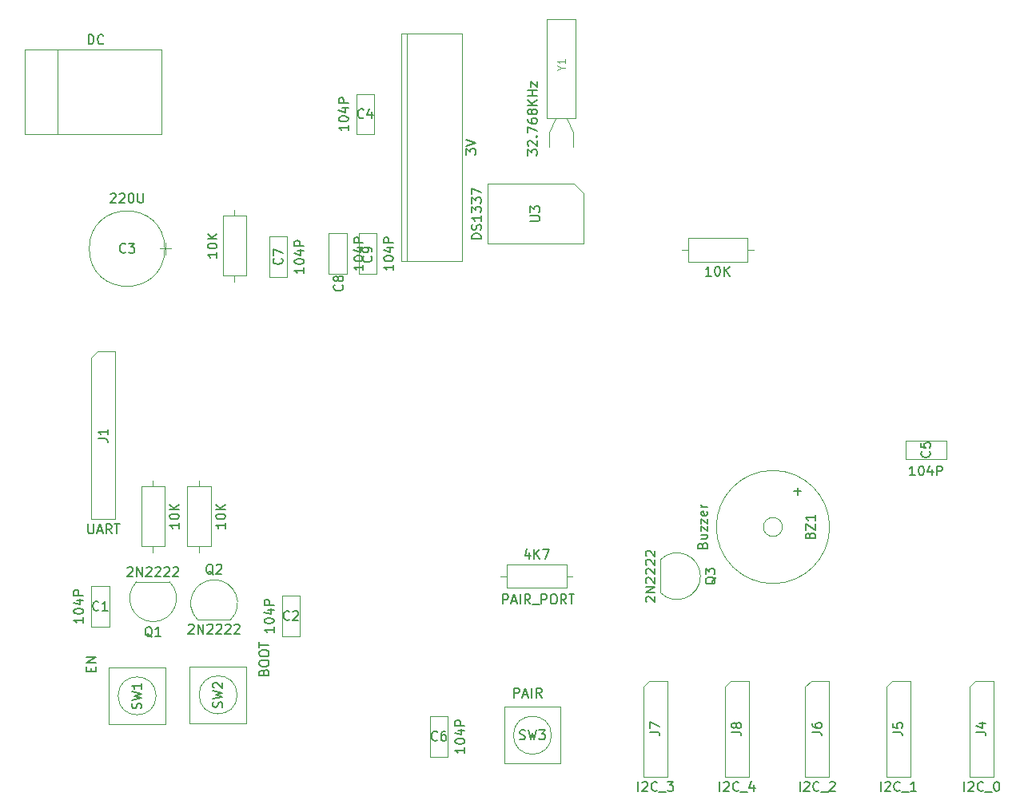
<source format=gbr>
G04 #@! TF.FileFunction,Other,Fab,Top*
%FSLAX46Y46*%
G04 Gerber Fmt 4.6, Leading zero omitted, Abs format (unit mm)*
G04 Created by KiCad (PCBNEW 4.0.7) date Sat Feb 17 21:33:09 2018*
%MOMM*%
%LPD*%
G01*
G04 APERTURE LIST*
%ADD10C,0.150000*%
%ADD11C,0.100000*%
%ADD12C,0.120000*%
G04 APERTURE END LIST*
D10*
D11*
X75347500Y-57843500D02*
X75347500Y-33723500D01*
X81727500Y-33723500D02*
X75377500Y-33723500D01*
X75877500Y-33723500D02*
X75877500Y-57843500D01*
X75377500Y-57843500D02*
X81727500Y-57843500D01*
X81727500Y-57843500D02*
X81727500Y-33723500D01*
X120681000Y-86032500D02*
G75*
G03X120681000Y-86032500I-6000000J0D01*
G01*
X115681000Y-86032500D02*
G75*
G03X115681000Y-86032500I-1000000J0D01*
G01*
X44384000Y-92298000D02*
X42484000Y-92298000D01*
X42484000Y-92298000D02*
X42484000Y-96598000D01*
X42484000Y-96598000D02*
X44384000Y-96598000D01*
X44384000Y-96598000D02*
X44384000Y-92298000D01*
X64577000Y-93314000D02*
X62677000Y-93314000D01*
X62677000Y-93314000D02*
X62677000Y-97614000D01*
X62677000Y-97614000D02*
X64577000Y-97614000D01*
X64577000Y-97614000D02*
X64577000Y-93314000D01*
X50268000Y-56515000D02*
G75*
G03X50268000Y-56515000I-4000000J0D01*
G01*
X50968000Y-56515000D02*
X49768000Y-56515000D01*
X50368000Y-57165000D02*
X50368000Y-55865000D01*
X72451000Y-40101000D02*
X70551000Y-40101000D01*
X70551000Y-40101000D02*
X70551000Y-44401000D01*
X70551000Y-44401000D02*
X72451000Y-44401000D01*
X72451000Y-44401000D02*
X72451000Y-40101000D01*
X128747000Y-76901000D02*
X128747000Y-78801000D01*
X128747000Y-78801000D02*
X133047000Y-78801000D01*
X133047000Y-78801000D02*
X133047000Y-76901000D01*
X133047000Y-76901000D02*
X128747000Y-76901000D01*
X78361500Y-110394000D02*
X80261500Y-110394000D01*
X80261500Y-110394000D02*
X80261500Y-106094000D01*
X80261500Y-106094000D02*
X78361500Y-106094000D01*
X78361500Y-106094000D02*
X78361500Y-110394000D01*
X61343500Y-59530500D02*
X63243500Y-59530500D01*
X63243500Y-59530500D02*
X63243500Y-55230500D01*
X63243500Y-55230500D02*
X61343500Y-55230500D01*
X61343500Y-55230500D02*
X61343500Y-59530500D01*
X67630000Y-59213000D02*
X69530000Y-59213000D01*
X69530000Y-59213000D02*
X69530000Y-54913000D01*
X69530000Y-54913000D02*
X67630000Y-54913000D01*
X67630000Y-54913000D02*
X67630000Y-59213000D01*
X70805000Y-59213000D02*
X72705000Y-59213000D01*
X72705000Y-59213000D02*
X72705000Y-54913000D01*
X72705000Y-54913000D02*
X70805000Y-54913000D01*
X70805000Y-54913000D02*
X70805000Y-59213000D01*
X43116500Y-67437000D02*
X45021500Y-67437000D01*
X45021500Y-67437000D02*
X45021500Y-85217000D01*
X45021500Y-85217000D02*
X42481500Y-85217000D01*
X42481500Y-85217000D02*
X42481500Y-68072000D01*
X42481500Y-68072000D02*
X43116500Y-67437000D01*
X38949000Y-35378000D02*
X38949000Y-44378000D01*
X35449000Y-35378000D02*
X35449000Y-44378000D01*
X35449000Y-44378000D02*
X49949000Y-44378000D01*
X49949000Y-44378000D02*
X49949000Y-35378000D01*
X49949000Y-35378000D02*
X35449000Y-35378000D01*
X136144000Y-102362000D02*
X138049000Y-102362000D01*
X138049000Y-102362000D02*
X138049000Y-112522000D01*
X138049000Y-112522000D02*
X135509000Y-112522000D01*
X135509000Y-112522000D02*
X135509000Y-102997000D01*
X135509000Y-102997000D02*
X136144000Y-102362000D01*
X127317500Y-102362000D02*
X129222500Y-102362000D01*
X129222500Y-102362000D02*
X129222500Y-112522000D01*
X129222500Y-112522000D02*
X126682500Y-112522000D01*
X126682500Y-112522000D02*
X126682500Y-102997000D01*
X126682500Y-102997000D02*
X127317500Y-102362000D01*
X118745000Y-102362000D02*
X120650000Y-102362000D01*
X120650000Y-102362000D02*
X120650000Y-112522000D01*
X120650000Y-112522000D02*
X118110000Y-112522000D01*
X118110000Y-112522000D02*
X118110000Y-102997000D01*
X118110000Y-102997000D02*
X118745000Y-102362000D01*
X101600000Y-102362000D02*
X103505000Y-102362000D01*
X103505000Y-102362000D02*
X103505000Y-112522000D01*
X103505000Y-112522000D02*
X100965000Y-112522000D01*
X100965000Y-112522000D02*
X100965000Y-102997000D01*
X100965000Y-102997000D02*
X101600000Y-102362000D01*
X110236000Y-102362000D02*
X112141000Y-102362000D01*
X112141000Y-102362000D02*
X112141000Y-112522000D01*
X112141000Y-112522000D02*
X109601000Y-112522000D01*
X109601000Y-112522000D02*
X109601000Y-102997000D01*
X109601000Y-102997000D02*
X110236000Y-102362000D01*
X50792000Y-91849000D02*
X47292000Y-91849000D01*
X47268375Y-91845375D02*
G75*
G03X49022000Y-96079000I1753625J-1753625D01*
G01*
X50775625Y-91845375D02*
G75*
G02X49022000Y-96079000I-1753625J-1753625D01*
G01*
X53729000Y-95857000D02*
X57229000Y-95857000D01*
X57252625Y-95860625D02*
G75*
G03X55499000Y-91627000I-1753625J1753625D01*
G01*
X53745375Y-95860625D02*
G75*
G02X55499000Y-91627000I1753625J1753625D01*
G01*
X102771000Y-89479500D02*
X102771000Y-92979500D01*
X102767375Y-93003125D02*
G75*
G03X107001000Y-91249500I1753625J1753625D01*
G01*
X102767375Y-89495875D02*
G75*
G02X107001000Y-91249500I1753625J-1753625D01*
G01*
X47772000Y-88049500D02*
X50272000Y-88049500D01*
X50272000Y-88049500D02*
X50272000Y-81749500D01*
X50272000Y-81749500D02*
X47772000Y-81749500D01*
X47772000Y-81749500D02*
X47772000Y-88049500D01*
X49022000Y-88709500D02*
X49022000Y-88049500D01*
X49022000Y-81089500D02*
X49022000Y-81749500D01*
X52661500Y-88049500D02*
X55161500Y-88049500D01*
X55161500Y-88049500D02*
X55161500Y-81749500D01*
X55161500Y-81749500D02*
X52661500Y-81749500D01*
X52661500Y-81749500D02*
X52661500Y-88049500D01*
X53911500Y-88709500D02*
X53911500Y-88049500D01*
X53911500Y-81089500D02*
X53911500Y-81749500D01*
X58908000Y-53047500D02*
X56408000Y-53047500D01*
X56408000Y-53047500D02*
X56408000Y-59347500D01*
X56408000Y-59347500D02*
X58908000Y-59347500D01*
X58908000Y-59347500D02*
X58908000Y-53047500D01*
X57658000Y-52387500D02*
X57658000Y-53047500D01*
X57658000Y-60007500D02*
X57658000Y-59347500D01*
X105689000Y-55392000D02*
X105689000Y-57892000D01*
X105689000Y-57892000D02*
X111989000Y-57892000D01*
X111989000Y-57892000D02*
X111989000Y-55392000D01*
X111989000Y-55392000D02*
X105689000Y-55392000D01*
X105029000Y-56642000D02*
X105689000Y-56642000D01*
X112649000Y-56642000D02*
X111989000Y-56642000D01*
X92812000Y-92499500D02*
X92812000Y-89999500D01*
X92812000Y-89999500D02*
X86512000Y-89999500D01*
X86512000Y-89999500D02*
X86512000Y-92499500D01*
X86512000Y-92499500D02*
X92812000Y-92499500D01*
X93472000Y-91249500D02*
X92812000Y-91249500D01*
X85852000Y-91249500D02*
X86512000Y-91249500D01*
X44335000Y-103938000D02*
X44335000Y-100938000D01*
X44335000Y-100938000D02*
X50335000Y-100938000D01*
X50335000Y-100938000D02*
X50335000Y-106938000D01*
X50335000Y-106938000D02*
X44335000Y-106938000D01*
X44335000Y-106938000D02*
X44335000Y-103938000D01*
X49350564Y-103938000D02*
G75*
G03X49350564Y-103938000I-2015564J0D01*
G01*
X58916000Y-103834000D02*
X58916000Y-106834000D01*
X58916000Y-106834000D02*
X52916000Y-106834000D01*
X52916000Y-106834000D02*
X52916000Y-100834000D01*
X52916000Y-100834000D02*
X58916000Y-100834000D01*
X58916000Y-100834000D02*
X58916000Y-103834000D01*
X57931564Y-103834000D02*
G75*
G03X57931564Y-103834000I-2015564J0D01*
G01*
X89206000Y-111113000D02*
X86206000Y-111113000D01*
X86206000Y-111113000D02*
X86206000Y-105113000D01*
X86206000Y-105113000D02*
X92206000Y-105113000D01*
X92206000Y-105113000D02*
X92206000Y-111113000D01*
X92206000Y-111113000D02*
X89206000Y-111113000D01*
X91221564Y-108113000D02*
G75*
G03X91221564Y-108113000I-2015564J0D01*
G01*
X94615000Y-50657000D02*
X94615000Y-56007000D01*
X94615000Y-56007000D02*
X84455000Y-56007000D01*
X84455000Y-56007000D02*
X84455000Y-49657000D01*
X84455000Y-49657000D02*
X93615000Y-49657000D01*
X93615000Y-49657000D02*
X94615000Y-50657000D01*
X93765500Y-42720000D02*
X93765500Y-32220000D01*
X93765500Y-32220000D02*
X90765500Y-32220000D01*
X90765500Y-32220000D02*
X90765500Y-42720000D01*
X90765500Y-42720000D02*
X93765500Y-42720000D01*
X92865500Y-42720000D02*
X93535500Y-44220000D01*
X93535500Y-44220000D02*
X93535500Y-45720000D01*
X91665500Y-42720000D02*
X90995500Y-44220000D01*
X90995500Y-44220000D02*
X90995500Y-45720000D01*
D10*
X82199881Y-46545405D02*
X82199881Y-45926357D01*
X82580833Y-46259691D01*
X82580833Y-46116833D01*
X82628452Y-46021595D01*
X82676071Y-45973976D01*
X82771310Y-45926357D01*
X83009405Y-45926357D01*
X83104643Y-45973976D01*
X83152262Y-46021595D01*
X83199881Y-46116833D01*
X83199881Y-46402548D01*
X83152262Y-46497786D01*
X83104643Y-46545405D01*
X82199881Y-45640643D02*
X83199881Y-45307310D01*
X82199881Y-44973976D01*
X107209571Y-87961071D02*
X107257190Y-87818214D01*
X107304810Y-87770595D01*
X107400048Y-87722976D01*
X107542905Y-87722976D01*
X107638143Y-87770595D01*
X107685762Y-87818214D01*
X107733381Y-87913452D01*
X107733381Y-88294405D01*
X106733381Y-88294405D01*
X106733381Y-87961071D01*
X106781000Y-87865833D01*
X106828619Y-87818214D01*
X106923857Y-87770595D01*
X107019095Y-87770595D01*
X107114333Y-87818214D01*
X107161952Y-87865833D01*
X107209571Y-87961071D01*
X107209571Y-88294405D01*
X107066714Y-86865833D02*
X107733381Y-86865833D01*
X107066714Y-87294405D02*
X107590524Y-87294405D01*
X107685762Y-87246786D01*
X107733381Y-87151548D01*
X107733381Y-87008690D01*
X107685762Y-86913452D01*
X107638143Y-86865833D01*
X107066714Y-86484881D02*
X107066714Y-85961071D01*
X107733381Y-86484881D01*
X107733381Y-85961071D01*
X107066714Y-85675357D02*
X107066714Y-85151547D01*
X107733381Y-85675357D01*
X107733381Y-85151547D01*
X107685762Y-84389642D02*
X107733381Y-84484880D01*
X107733381Y-84675357D01*
X107685762Y-84770595D01*
X107590524Y-84818214D01*
X107209571Y-84818214D01*
X107114333Y-84770595D01*
X107066714Y-84675357D01*
X107066714Y-84484880D01*
X107114333Y-84389642D01*
X107209571Y-84342023D01*
X107304810Y-84342023D01*
X107400048Y-84818214D01*
X107733381Y-83913452D02*
X107066714Y-83913452D01*
X107257190Y-83913452D02*
X107161952Y-83865833D01*
X107114333Y-83818214D01*
X107066714Y-83722976D01*
X107066714Y-83627737D01*
X117292429Y-82603452D02*
X117292429Y-81841547D01*
X117673381Y-82222499D02*
X116911476Y-82222499D01*
X118609571Y-86913452D02*
X118657190Y-86770595D01*
X118704810Y-86722976D01*
X118800048Y-86675357D01*
X118942905Y-86675357D01*
X119038143Y-86722976D01*
X119085762Y-86770595D01*
X119133381Y-86865833D01*
X119133381Y-87246786D01*
X118133381Y-87246786D01*
X118133381Y-86913452D01*
X118181000Y-86818214D01*
X118228619Y-86770595D01*
X118323857Y-86722976D01*
X118419095Y-86722976D01*
X118514333Y-86770595D01*
X118561952Y-86818214D01*
X118609571Y-86913452D01*
X118609571Y-87246786D01*
X118133381Y-86342024D02*
X118133381Y-85675357D01*
X119133381Y-86342024D01*
X119133381Y-85675357D01*
X119133381Y-84770595D02*
X119133381Y-85342024D01*
X119133381Y-85056310D02*
X118133381Y-85056310D01*
X118276238Y-85151548D01*
X118371476Y-85246786D01*
X118419095Y-85342024D01*
X41626381Y-95614666D02*
X41626381Y-96186095D01*
X41626381Y-95900381D02*
X40626381Y-95900381D01*
X40769238Y-95995619D01*
X40864476Y-96090857D01*
X40912095Y-96186095D01*
X40626381Y-94995619D02*
X40626381Y-94900380D01*
X40674000Y-94805142D01*
X40721619Y-94757523D01*
X40816857Y-94709904D01*
X41007333Y-94662285D01*
X41245429Y-94662285D01*
X41435905Y-94709904D01*
X41531143Y-94757523D01*
X41578762Y-94805142D01*
X41626381Y-94900380D01*
X41626381Y-94995619D01*
X41578762Y-95090857D01*
X41531143Y-95138476D01*
X41435905Y-95186095D01*
X41245429Y-95233714D01*
X41007333Y-95233714D01*
X40816857Y-95186095D01*
X40721619Y-95138476D01*
X40674000Y-95090857D01*
X40626381Y-94995619D01*
X40959714Y-93805142D02*
X41626381Y-93805142D01*
X40578762Y-94043238D02*
X41293048Y-94281333D01*
X41293048Y-93662285D01*
X41626381Y-93281333D02*
X40626381Y-93281333D01*
X40626381Y-92900380D01*
X40674000Y-92805142D01*
X40721619Y-92757523D01*
X40816857Y-92709904D01*
X40959714Y-92709904D01*
X41054952Y-92757523D01*
X41102571Y-92805142D01*
X41150190Y-92900380D01*
X41150190Y-93281333D01*
X43267334Y-94805143D02*
X43219715Y-94852762D01*
X43076858Y-94900381D01*
X42981620Y-94900381D01*
X42838762Y-94852762D01*
X42743524Y-94757524D01*
X42695905Y-94662286D01*
X42648286Y-94471810D01*
X42648286Y-94328952D01*
X42695905Y-94138476D01*
X42743524Y-94043238D01*
X42838762Y-93948000D01*
X42981620Y-93900381D01*
X43076858Y-93900381D01*
X43219715Y-93948000D01*
X43267334Y-93995619D01*
X44219715Y-94900381D02*
X43648286Y-94900381D01*
X43934000Y-94900381D02*
X43934000Y-93900381D01*
X43838762Y-94043238D01*
X43743524Y-94138476D01*
X43648286Y-94186095D01*
X61819381Y-96630666D02*
X61819381Y-97202095D01*
X61819381Y-96916381D02*
X60819381Y-96916381D01*
X60962238Y-97011619D01*
X61057476Y-97106857D01*
X61105095Y-97202095D01*
X60819381Y-96011619D02*
X60819381Y-95916380D01*
X60867000Y-95821142D01*
X60914619Y-95773523D01*
X61009857Y-95725904D01*
X61200333Y-95678285D01*
X61438429Y-95678285D01*
X61628905Y-95725904D01*
X61724143Y-95773523D01*
X61771762Y-95821142D01*
X61819381Y-95916380D01*
X61819381Y-96011619D01*
X61771762Y-96106857D01*
X61724143Y-96154476D01*
X61628905Y-96202095D01*
X61438429Y-96249714D01*
X61200333Y-96249714D01*
X61009857Y-96202095D01*
X60914619Y-96154476D01*
X60867000Y-96106857D01*
X60819381Y-96011619D01*
X61152714Y-94821142D02*
X61819381Y-94821142D01*
X60771762Y-95059238D02*
X61486048Y-95297333D01*
X61486048Y-94678285D01*
X61819381Y-94297333D02*
X60819381Y-94297333D01*
X60819381Y-93916380D01*
X60867000Y-93821142D01*
X60914619Y-93773523D01*
X61009857Y-93725904D01*
X61152714Y-93725904D01*
X61247952Y-93773523D01*
X61295571Y-93821142D01*
X61343190Y-93916380D01*
X61343190Y-94297333D01*
X63460334Y-95821143D02*
X63412715Y-95868762D01*
X63269858Y-95916381D01*
X63174620Y-95916381D01*
X63031762Y-95868762D01*
X62936524Y-95773524D01*
X62888905Y-95678286D01*
X62841286Y-95487810D01*
X62841286Y-95344952D01*
X62888905Y-95154476D01*
X62936524Y-95059238D01*
X63031762Y-94964000D01*
X63174620Y-94916381D01*
X63269858Y-94916381D01*
X63412715Y-94964000D01*
X63460334Y-95011619D01*
X63841286Y-95011619D02*
X63888905Y-94964000D01*
X63984143Y-94916381D01*
X64222239Y-94916381D01*
X64317477Y-94964000D01*
X64365096Y-95011619D01*
X64412715Y-95106857D01*
X64412715Y-95202095D01*
X64365096Y-95344952D01*
X63793667Y-95916381D01*
X64412715Y-95916381D01*
X44506095Y-50752619D02*
X44553714Y-50705000D01*
X44648952Y-50657381D01*
X44887048Y-50657381D01*
X44982286Y-50705000D01*
X45029905Y-50752619D01*
X45077524Y-50847857D01*
X45077524Y-50943095D01*
X45029905Y-51085952D01*
X44458476Y-51657381D01*
X45077524Y-51657381D01*
X45458476Y-50752619D02*
X45506095Y-50705000D01*
X45601333Y-50657381D01*
X45839429Y-50657381D01*
X45934667Y-50705000D01*
X45982286Y-50752619D01*
X46029905Y-50847857D01*
X46029905Y-50943095D01*
X45982286Y-51085952D01*
X45410857Y-51657381D01*
X46029905Y-51657381D01*
X46648952Y-50657381D02*
X46744191Y-50657381D01*
X46839429Y-50705000D01*
X46887048Y-50752619D01*
X46934667Y-50847857D01*
X46982286Y-51038333D01*
X46982286Y-51276429D01*
X46934667Y-51466905D01*
X46887048Y-51562143D01*
X46839429Y-51609762D01*
X46744191Y-51657381D01*
X46648952Y-51657381D01*
X46553714Y-51609762D01*
X46506095Y-51562143D01*
X46458476Y-51466905D01*
X46410857Y-51276429D01*
X46410857Y-51038333D01*
X46458476Y-50847857D01*
X46506095Y-50752619D01*
X46553714Y-50705000D01*
X46648952Y-50657381D01*
X47410857Y-50657381D02*
X47410857Y-51466905D01*
X47458476Y-51562143D01*
X47506095Y-51609762D01*
X47601333Y-51657381D01*
X47791810Y-51657381D01*
X47887048Y-51609762D01*
X47934667Y-51562143D01*
X47982286Y-51466905D01*
X47982286Y-50657381D01*
X46101334Y-56872143D02*
X46053715Y-56919762D01*
X45910858Y-56967381D01*
X45815620Y-56967381D01*
X45672762Y-56919762D01*
X45577524Y-56824524D01*
X45529905Y-56729286D01*
X45482286Y-56538810D01*
X45482286Y-56395952D01*
X45529905Y-56205476D01*
X45577524Y-56110238D01*
X45672762Y-56015000D01*
X45815620Y-55967381D01*
X45910858Y-55967381D01*
X46053715Y-56015000D01*
X46101334Y-56062619D01*
X46434667Y-55967381D02*
X47053715Y-55967381D01*
X46720381Y-56348333D01*
X46863239Y-56348333D01*
X46958477Y-56395952D01*
X47006096Y-56443571D01*
X47053715Y-56538810D01*
X47053715Y-56776905D01*
X47006096Y-56872143D01*
X46958477Y-56919762D01*
X46863239Y-56967381D01*
X46577524Y-56967381D01*
X46482286Y-56919762D01*
X46434667Y-56872143D01*
X69693381Y-43417666D02*
X69693381Y-43989095D01*
X69693381Y-43703381D02*
X68693381Y-43703381D01*
X68836238Y-43798619D01*
X68931476Y-43893857D01*
X68979095Y-43989095D01*
X68693381Y-42798619D02*
X68693381Y-42703380D01*
X68741000Y-42608142D01*
X68788619Y-42560523D01*
X68883857Y-42512904D01*
X69074333Y-42465285D01*
X69312429Y-42465285D01*
X69502905Y-42512904D01*
X69598143Y-42560523D01*
X69645762Y-42608142D01*
X69693381Y-42703380D01*
X69693381Y-42798619D01*
X69645762Y-42893857D01*
X69598143Y-42941476D01*
X69502905Y-42989095D01*
X69312429Y-43036714D01*
X69074333Y-43036714D01*
X68883857Y-42989095D01*
X68788619Y-42941476D01*
X68741000Y-42893857D01*
X68693381Y-42798619D01*
X69026714Y-41608142D02*
X69693381Y-41608142D01*
X68645762Y-41846238D02*
X69360048Y-42084333D01*
X69360048Y-41465285D01*
X69693381Y-41084333D02*
X68693381Y-41084333D01*
X68693381Y-40703380D01*
X68741000Y-40608142D01*
X68788619Y-40560523D01*
X68883857Y-40512904D01*
X69026714Y-40512904D01*
X69121952Y-40560523D01*
X69169571Y-40608142D01*
X69217190Y-40703380D01*
X69217190Y-41084333D01*
X71334334Y-42608143D02*
X71286715Y-42655762D01*
X71143858Y-42703381D01*
X71048620Y-42703381D01*
X70905762Y-42655762D01*
X70810524Y-42560524D01*
X70762905Y-42465286D01*
X70715286Y-42274810D01*
X70715286Y-42131952D01*
X70762905Y-41941476D01*
X70810524Y-41846238D01*
X70905762Y-41751000D01*
X71048620Y-41703381D01*
X71143858Y-41703381D01*
X71286715Y-41751000D01*
X71334334Y-41798619D01*
X72191477Y-42036714D02*
X72191477Y-42703381D01*
X71953381Y-41655762D02*
X71715286Y-42370048D01*
X72334334Y-42370048D01*
X129730334Y-80563381D02*
X129158905Y-80563381D01*
X129444619Y-80563381D02*
X129444619Y-79563381D01*
X129349381Y-79706238D01*
X129254143Y-79801476D01*
X129158905Y-79849095D01*
X130349381Y-79563381D02*
X130444620Y-79563381D01*
X130539858Y-79611000D01*
X130587477Y-79658619D01*
X130635096Y-79753857D01*
X130682715Y-79944333D01*
X130682715Y-80182429D01*
X130635096Y-80372905D01*
X130587477Y-80468143D01*
X130539858Y-80515762D01*
X130444620Y-80563381D01*
X130349381Y-80563381D01*
X130254143Y-80515762D01*
X130206524Y-80468143D01*
X130158905Y-80372905D01*
X130111286Y-80182429D01*
X130111286Y-79944333D01*
X130158905Y-79753857D01*
X130206524Y-79658619D01*
X130254143Y-79611000D01*
X130349381Y-79563381D01*
X131539858Y-79896714D02*
X131539858Y-80563381D01*
X131301762Y-79515762D02*
X131063667Y-80230048D01*
X131682715Y-80230048D01*
X132063667Y-80563381D02*
X132063667Y-79563381D01*
X132444620Y-79563381D01*
X132539858Y-79611000D01*
X132587477Y-79658619D01*
X132635096Y-79753857D01*
X132635096Y-79896714D01*
X132587477Y-79991952D01*
X132539858Y-80039571D01*
X132444620Y-80087190D01*
X132063667Y-80087190D01*
X131254143Y-78017666D02*
X131301762Y-78065285D01*
X131349381Y-78208142D01*
X131349381Y-78303380D01*
X131301762Y-78446238D01*
X131206524Y-78541476D01*
X131111286Y-78589095D01*
X130920810Y-78636714D01*
X130777952Y-78636714D01*
X130587476Y-78589095D01*
X130492238Y-78541476D01*
X130397000Y-78446238D01*
X130349381Y-78303380D01*
X130349381Y-78208142D01*
X130397000Y-78065285D01*
X130444619Y-78017666D01*
X130349381Y-77112904D02*
X130349381Y-77589095D01*
X130825571Y-77636714D01*
X130777952Y-77589095D01*
X130730333Y-77493857D01*
X130730333Y-77255761D01*
X130777952Y-77160523D01*
X130825571Y-77112904D01*
X130920810Y-77065285D01*
X131158905Y-77065285D01*
X131254143Y-77112904D01*
X131301762Y-77160523D01*
X131349381Y-77255761D01*
X131349381Y-77493857D01*
X131301762Y-77589095D01*
X131254143Y-77636714D01*
X82023881Y-109410666D02*
X82023881Y-109982095D01*
X82023881Y-109696381D02*
X81023881Y-109696381D01*
X81166738Y-109791619D01*
X81261976Y-109886857D01*
X81309595Y-109982095D01*
X81023881Y-108791619D02*
X81023881Y-108696380D01*
X81071500Y-108601142D01*
X81119119Y-108553523D01*
X81214357Y-108505904D01*
X81404833Y-108458285D01*
X81642929Y-108458285D01*
X81833405Y-108505904D01*
X81928643Y-108553523D01*
X81976262Y-108601142D01*
X82023881Y-108696380D01*
X82023881Y-108791619D01*
X81976262Y-108886857D01*
X81928643Y-108934476D01*
X81833405Y-108982095D01*
X81642929Y-109029714D01*
X81404833Y-109029714D01*
X81214357Y-108982095D01*
X81119119Y-108934476D01*
X81071500Y-108886857D01*
X81023881Y-108791619D01*
X81357214Y-107601142D02*
X82023881Y-107601142D01*
X80976262Y-107839238D02*
X81690548Y-108077333D01*
X81690548Y-107458285D01*
X82023881Y-107077333D02*
X81023881Y-107077333D01*
X81023881Y-106696380D01*
X81071500Y-106601142D01*
X81119119Y-106553523D01*
X81214357Y-106505904D01*
X81357214Y-106505904D01*
X81452452Y-106553523D01*
X81500071Y-106601142D01*
X81547690Y-106696380D01*
X81547690Y-107077333D01*
X79144834Y-108601143D02*
X79097215Y-108648762D01*
X78954358Y-108696381D01*
X78859120Y-108696381D01*
X78716262Y-108648762D01*
X78621024Y-108553524D01*
X78573405Y-108458286D01*
X78525786Y-108267810D01*
X78525786Y-108124952D01*
X78573405Y-107934476D01*
X78621024Y-107839238D01*
X78716262Y-107744000D01*
X78859120Y-107696381D01*
X78954358Y-107696381D01*
X79097215Y-107744000D01*
X79144834Y-107791619D01*
X80001977Y-107696381D02*
X79811500Y-107696381D01*
X79716262Y-107744000D01*
X79668643Y-107791619D01*
X79573405Y-107934476D01*
X79525786Y-108124952D01*
X79525786Y-108505905D01*
X79573405Y-108601143D01*
X79621024Y-108648762D01*
X79716262Y-108696381D01*
X79906739Y-108696381D01*
X80001977Y-108648762D01*
X80049596Y-108601143D01*
X80097215Y-108505905D01*
X80097215Y-108267810D01*
X80049596Y-108172571D01*
X80001977Y-108124952D01*
X79906739Y-108077333D01*
X79716262Y-108077333D01*
X79621024Y-108124952D01*
X79573405Y-108172571D01*
X79525786Y-108267810D01*
X65005881Y-58547166D02*
X65005881Y-59118595D01*
X65005881Y-58832881D02*
X64005881Y-58832881D01*
X64148738Y-58928119D01*
X64243976Y-59023357D01*
X64291595Y-59118595D01*
X64005881Y-57928119D02*
X64005881Y-57832880D01*
X64053500Y-57737642D01*
X64101119Y-57690023D01*
X64196357Y-57642404D01*
X64386833Y-57594785D01*
X64624929Y-57594785D01*
X64815405Y-57642404D01*
X64910643Y-57690023D01*
X64958262Y-57737642D01*
X65005881Y-57832880D01*
X65005881Y-57928119D01*
X64958262Y-58023357D01*
X64910643Y-58070976D01*
X64815405Y-58118595D01*
X64624929Y-58166214D01*
X64386833Y-58166214D01*
X64196357Y-58118595D01*
X64101119Y-58070976D01*
X64053500Y-58023357D01*
X64005881Y-57928119D01*
X64339214Y-56737642D02*
X65005881Y-56737642D01*
X63958262Y-56975738D02*
X64672548Y-57213833D01*
X64672548Y-56594785D01*
X65005881Y-56213833D02*
X64005881Y-56213833D01*
X64005881Y-55832880D01*
X64053500Y-55737642D01*
X64101119Y-55690023D01*
X64196357Y-55642404D01*
X64339214Y-55642404D01*
X64434452Y-55690023D01*
X64482071Y-55737642D01*
X64529690Y-55832880D01*
X64529690Y-56213833D01*
X62650643Y-57547166D02*
X62698262Y-57594785D01*
X62745881Y-57737642D01*
X62745881Y-57832880D01*
X62698262Y-57975738D01*
X62603024Y-58070976D01*
X62507786Y-58118595D01*
X62317310Y-58166214D01*
X62174452Y-58166214D01*
X61983976Y-58118595D01*
X61888738Y-58070976D01*
X61793500Y-57975738D01*
X61745881Y-57832880D01*
X61745881Y-57737642D01*
X61793500Y-57594785D01*
X61841119Y-57547166D01*
X61745881Y-57213833D02*
X61745881Y-56547166D01*
X62745881Y-56975738D01*
X71292381Y-58229666D02*
X71292381Y-58801095D01*
X71292381Y-58515381D02*
X70292381Y-58515381D01*
X70435238Y-58610619D01*
X70530476Y-58705857D01*
X70578095Y-58801095D01*
X70292381Y-57610619D02*
X70292381Y-57515380D01*
X70340000Y-57420142D01*
X70387619Y-57372523D01*
X70482857Y-57324904D01*
X70673333Y-57277285D01*
X70911429Y-57277285D01*
X71101905Y-57324904D01*
X71197143Y-57372523D01*
X71244762Y-57420142D01*
X71292381Y-57515380D01*
X71292381Y-57610619D01*
X71244762Y-57705857D01*
X71197143Y-57753476D01*
X71101905Y-57801095D01*
X70911429Y-57848714D01*
X70673333Y-57848714D01*
X70482857Y-57801095D01*
X70387619Y-57753476D01*
X70340000Y-57705857D01*
X70292381Y-57610619D01*
X70625714Y-56420142D02*
X71292381Y-56420142D01*
X70244762Y-56658238D02*
X70959048Y-56896333D01*
X70959048Y-56277285D01*
X71292381Y-55896333D02*
X70292381Y-55896333D01*
X70292381Y-55515380D01*
X70340000Y-55420142D01*
X70387619Y-55372523D01*
X70482857Y-55324904D01*
X70625714Y-55324904D01*
X70720952Y-55372523D01*
X70768571Y-55420142D01*
X70816190Y-55515380D01*
X70816190Y-55896333D01*
X69064143Y-60364666D02*
X69111762Y-60412285D01*
X69159381Y-60555142D01*
X69159381Y-60650380D01*
X69111762Y-60793238D01*
X69016524Y-60888476D01*
X68921286Y-60936095D01*
X68730810Y-60983714D01*
X68587952Y-60983714D01*
X68397476Y-60936095D01*
X68302238Y-60888476D01*
X68207000Y-60793238D01*
X68159381Y-60650380D01*
X68159381Y-60555142D01*
X68207000Y-60412285D01*
X68254619Y-60364666D01*
X68587952Y-59793238D02*
X68540333Y-59888476D01*
X68492714Y-59936095D01*
X68397476Y-59983714D01*
X68349857Y-59983714D01*
X68254619Y-59936095D01*
X68207000Y-59888476D01*
X68159381Y-59793238D01*
X68159381Y-59602761D01*
X68207000Y-59507523D01*
X68254619Y-59459904D01*
X68349857Y-59412285D01*
X68397476Y-59412285D01*
X68492714Y-59459904D01*
X68540333Y-59507523D01*
X68587952Y-59602761D01*
X68587952Y-59793238D01*
X68635571Y-59888476D01*
X68683190Y-59936095D01*
X68778429Y-59983714D01*
X68968905Y-59983714D01*
X69064143Y-59936095D01*
X69111762Y-59888476D01*
X69159381Y-59793238D01*
X69159381Y-59602761D01*
X69111762Y-59507523D01*
X69064143Y-59459904D01*
X68968905Y-59412285D01*
X68778429Y-59412285D01*
X68683190Y-59459904D01*
X68635571Y-59507523D01*
X68587952Y-59602761D01*
X74467381Y-58229666D02*
X74467381Y-58801095D01*
X74467381Y-58515381D02*
X73467381Y-58515381D01*
X73610238Y-58610619D01*
X73705476Y-58705857D01*
X73753095Y-58801095D01*
X73467381Y-57610619D02*
X73467381Y-57515380D01*
X73515000Y-57420142D01*
X73562619Y-57372523D01*
X73657857Y-57324904D01*
X73848333Y-57277285D01*
X74086429Y-57277285D01*
X74276905Y-57324904D01*
X74372143Y-57372523D01*
X74419762Y-57420142D01*
X74467381Y-57515380D01*
X74467381Y-57610619D01*
X74419762Y-57705857D01*
X74372143Y-57753476D01*
X74276905Y-57801095D01*
X74086429Y-57848714D01*
X73848333Y-57848714D01*
X73657857Y-57801095D01*
X73562619Y-57753476D01*
X73515000Y-57705857D01*
X73467381Y-57610619D01*
X73800714Y-56420142D02*
X74467381Y-56420142D01*
X73419762Y-56658238D02*
X74134048Y-56896333D01*
X74134048Y-56277285D01*
X74467381Y-55896333D02*
X73467381Y-55896333D01*
X73467381Y-55515380D01*
X73515000Y-55420142D01*
X73562619Y-55372523D01*
X73657857Y-55324904D01*
X73800714Y-55324904D01*
X73895952Y-55372523D01*
X73943571Y-55420142D01*
X73991190Y-55515380D01*
X73991190Y-55896333D01*
X72112143Y-57316666D02*
X72159762Y-57364285D01*
X72207381Y-57507142D01*
X72207381Y-57602380D01*
X72159762Y-57745238D01*
X72064524Y-57840476D01*
X71969286Y-57888095D01*
X71778810Y-57935714D01*
X71635952Y-57935714D01*
X71445476Y-57888095D01*
X71350238Y-57840476D01*
X71255000Y-57745238D01*
X71207381Y-57602380D01*
X71207381Y-57507142D01*
X71255000Y-57364285D01*
X71302619Y-57316666D01*
X72207381Y-56840476D02*
X72207381Y-56650000D01*
X72159762Y-56554761D01*
X72112143Y-56507142D01*
X71969286Y-56411904D01*
X71778810Y-56364285D01*
X71397857Y-56364285D01*
X71302619Y-56411904D01*
X71255000Y-56459523D01*
X71207381Y-56554761D01*
X71207381Y-56745238D01*
X71255000Y-56840476D01*
X71302619Y-56888095D01*
X71397857Y-56935714D01*
X71635952Y-56935714D01*
X71731190Y-56888095D01*
X71778810Y-56840476D01*
X71826429Y-56745238D01*
X71826429Y-56554761D01*
X71778810Y-56459523D01*
X71731190Y-56411904D01*
X71635952Y-56364285D01*
X42156262Y-85729381D02*
X42156262Y-86538905D01*
X42203881Y-86634143D01*
X42251500Y-86681762D01*
X42346738Y-86729381D01*
X42537215Y-86729381D01*
X42632453Y-86681762D01*
X42680072Y-86634143D01*
X42727691Y-86538905D01*
X42727691Y-85729381D01*
X43156262Y-86443667D02*
X43632453Y-86443667D01*
X43061024Y-86729381D02*
X43394357Y-85729381D01*
X43727691Y-86729381D01*
X44632453Y-86729381D02*
X44299119Y-86253190D01*
X44061024Y-86729381D02*
X44061024Y-85729381D01*
X44441977Y-85729381D01*
X44537215Y-85777000D01*
X44584834Y-85824619D01*
X44632453Y-85919857D01*
X44632453Y-86062714D01*
X44584834Y-86157952D01*
X44537215Y-86205571D01*
X44441977Y-86253190D01*
X44061024Y-86253190D01*
X44918167Y-85729381D02*
X45489596Y-85729381D01*
X45203881Y-86729381D02*
X45203881Y-85729381D01*
X43203881Y-76660333D02*
X43918167Y-76660333D01*
X44061024Y-76707953D01*
X44156262Y-76803191D01*
X44203881Y-76946048D01*
X44203881Y-77041286D01*
X44203881Y-75660333D02*
X44203881Y-76231762D01*
X44203881Y-75946048D02*
X43203881Y-75946048D01*
X43346738Y-76041286D01*
X43441976Y-76136524D01*
X43489595Y-76231762D01*
X42187095Y-34830381D02*
X42187095Y-33830381D01*
X42425190Y-33830381D01*
X42568048Y-33878000D01*
X42663286Y-33973238D01*
X42710905Y-34068476D01*
X42758524Y-34258952D01*
X42758524Y-34401810D01*
X42710905Y-34592286D01*
X42663286Y-34687524D01*
X42568048Y-34782762D01*
X42425190Y-34830381D01*
X42187095Y-34830381D01*
X43758524Y-34735143D02*
X43710905Y-34782762D01*
X43568048Y-34830381D01*
X43472810Y-34830381D01*
X43329952Y-34782762D01*
X43234714Y-34687524D01*
X43187095Y-34592286D01*
X43139476Y-34401810D01*
X43139476Y-34258952D01*
X43187095Y-34068476D01*
X43234714Y-33973238D01*
X43329952Y-33878000D01*
X43472810Y-33830381D01*
X43568048Y-33830381D01*
X43710905Y-33878000D01*
X43758524Y-33925619D01*
X86074714Y-94178381D02*
X86074714Y-93178381D01*
X86455667Y-93178381D01*
X86550905Y-93226000D01*
X86598524Y-93273619D01*
X86646143Y-93368857D01*
X86646143Y-93511714D01*
X86598524Y-93606952D01*
X86550905Y-93654571D01*
X86455667Y-93702190D01*
X86074714Y-93702190D01*
X87027095Y-93892667D02*
X87503286Y-93892667D01*
X86931857Y-94178381D02*
X87265190Y-93178381D01*
X87598524Y-94178381D01*
X87931857Y-94178381D02*
X87931857Y-93178381D01*
X88979476Y-94178381D02*
X88646142Y-93702190D01*
X88408047Y-94178381D02*
X88408047Y-93178381D01*
X88789000Y-93178381D01*
X88884238Y-93226000D01*
X88931857Y-93273619D01*
X88979476Y-93368857D01*
X88979476Y-93511714D01*
X88931857Y-93606952D01*
X88884238Y-93654571D01*
X88789000Y-93702190D01*
X88408047Y-93702190D01*
X89169952Y-94273619D02*
X89931857Y-94273619D01*
X90169952Y-94178381D02*
X90169952Y-93178381D01*
X90550905Y-93178381D01*
X90646143Y-93226000D01*
X90693762Y-93273619D01*
X90741381Y-93368857D01*
X90741381Y-93511714D01*
X90693762Y-93606952D01*
X90646143Y-93654571D01*
X90550905Y-93702190D01*
X90169952Y-93702190D01*
X91360428Y-93178381D02*
X91550905Y-93178381D01*
X91646143Y-93226000D01*
X91741381Y-93321238D01*
X91789000Y-93511714D01*
X91789000Y-93845048D01*
X91741381Y-94035524D01*
X91646143Y-94130762D01*
X91550905Y-94178381D01*
X91360428Y-94178381D01*
X91265190Y-94130762D01*
X91169952Y-94035524D01*
X91122333Y-93845048D01*
X91122333Y-93511714D01*
X91169952Y-93321238D01*
X91265190Y-93226000D01*
X91360428Y-93178381D01*
X92789000Y-94178381D02*
X92455666Y-93702190D01*
X92217571Y-94178381D02*
X92217571Y-93178381D01*
X92598524Y-93178381D01*
X92693762Y-93226000D01*
X92741381Y-93273619D01*
X92789000Y-93368857D01*
X92789000Y-93511714D01*
X92741381Y-93606952D01*
X92693762Y-93654571D01*
X92598524Y-93702190D01*
X92217571Y-93702190D01*
X93074714Y-93178381D02*
X93646143Y-93178381D01*
X93360428Y-94178381D02*
X93360428Y-93178381D01*
X134945667Y-114034381D02*
X134945667Y-113034381D01*
X135374238Y-113129619D02*
X135421857Y-113082000D01*
X135517095Y-113034381D01*
X135755191Y-113034381D01*
X135850429Y-113082000D01*
X135898048Y-113129619D01*
X135945667Y-113224857D01*
X135945667Y-113320095D01*
X135898048Y-113462952D01*
X135326619Y-114034381D01*
X135945667Y-114034381D01*
X136945667Y-113939143D02*
X136898048Y-113986762D01*
X136755191Y-114034381D01*
X136659953Y-114034381D01*
X136517095Y-113986762D01*
X136421857Y-113891524D01*
X136374238Y-113796286D01*
X136326619Y-113605810D01*
X136326619Y-113462952D01*
X136374238Y-113272476D01*
X136421857Y-113177238D01*
X136517095Y-113082000D01*
X136659953Y-113034381D01*
X136755191Y-113034381D01*
X136898048Y-113082000D01*
X136945667Y-113129619D01*
X137136143Y-114129619D02*
X137898048Y-114129619D01*
X138326619Y-113034381D02*
X138421858Y-113034381D01*
X138517096Y-113082000D01*
X138564715Y-113129619D01*
X138612334Y-113224857D01*
X138659953Y-113415333D01*
X138659953Y-113653429D01*
X138612334Y-113843905D01*
X138564715Y-113939143D01*
X138517096Y-113986762D01*
X138421858Y-114034381D01*
X138326619Y-114034381D01*
X138231381Y-113986762D01*
X138183762Y-113939143D01*
X138136143Y-113843905D01*
X138088524Y-113653429D01*
X138088524Y-113415333D01*
X138136143Y-113224857D01*
X138183762Y-113129619D01*
X138231381Y-113082000D01*
X138326619Y-113034381D01*
X136231381Y-107775333D02*
X136945667Y-107775333D01*
X137088524Y-107822953D01*
X137183762Y-107918191D01*
X137231381Y-108061048D01*
X137231381Y-108156286D01*
X136564714Y-106870571D02*
X137231381Y-106870571D01*
X136183762Y-107108667D02*
X136898048Y-107346762D01*
X136898048Y-106727714D01*
X126119167Y-114034381D02*
X126119167Y-113034381D01*
X126547738Y-113129619D02*
X126595357Y-113082000D01*
X126690595Y-113034381D01*
X126928691Y-113034381D01*
X127023929Y-113082000D01*
X127071548Y-113129619D01*
X127119167Y-113224857D01*
X127119167Y-113320095D01*
X127071548Y-113462952D01*
X126500119Y-114034381D01*
X127119167Y-114034381D01*
X128119167Y-113939143D02*
X128071548Y-113986762D01*
X127928691Y-114034381D01*
X127833453Y-114034381D01*
X127690595Y-113986762D01*
X127595357Y-113891524D01*
X127547738Y-113796286D01*
X127500119Y-113605810D01*
X127500119Y-113462952D01*
X127547738Y-113272476D01*
X127595357Y-113177238D01*
X127690595Y-113082000D01*
X127833453Y-113034381D01*
X127928691Y-113034381D01*
X128071548Y-113082000D01*
X128119167Y-113129619D01*
X128309643Y-114129619D02*
X129071548Y-114129619D01*
X129833453Y-114034381D02*
X129262024Y-114034381D01*
X129547738Y-114034381D02*
X129547738Y-113034381D01*
X129452500Y-113177238D01*
X129357262Y-113272476D01*
X129262024Y-113320095D01*
X127404881Y-107775333D02*
X128119167Y-107775333D01*
X128262024Y-107822953D01*
X128357262Y-107918191D01*
X128404881Y-108061048D01*
X128404881Y-108156286D01*
X127404881Y-106822952D02*
X127404881Y-107299143D01*
X127881071Y-107346762D01*
X127833452Y-107299143D01*
X127785833Y-107203905D01*
X127785833Y-106965809D01*
X127833452Y-106870571D01*
X127881071Y-106822952D01*
X127976310Y-106775333D01*
X128214405Y-106775333D01*
X128309643Y-106822952D01*
X128357262Y-106870571D01*
X128404881Y-106965809D01*
X128404881Y-107203905D01*
X128357262Y-107299143D01*
X128309643Y-107346762D01*
X117546667Y-114034381D02*
X117546667Y-113034381D01*
X117975238Y-113129619D02*
X118022857Y-113082000D01*
X118118095Y-113034381D01*
X118356191Y-113034381D01*
X118451429Y-113082000D01*
X118499048Y-113129619D01*
X118546667Y-113224857D01*
X118546667Y-113320095D01*
X118499048Y-113462952D01*
X117927619Y-114034381D01*
X118546667Y-114034381D01*
X119546667Y-113939143D02*
X119499048Y-113986762D01*
X119356191Y-114034381D01*
X119260953Y-114034381D01*
X119118095Y-113986762D01*
X119022857Y-113891524D01*
X118975238Y-113796286D01*
X118927619Y-113605810D01*
X118927619Y-113462952D01*
X118975238Y-113272476D01*
X119022857Y-113177238D01*
X119118095Y-113082000D01*
X119260953Y-113034381D01*
X119356191Y-113034381D01*
X119499048Y-113082000D01*
X119546667Y-113129619D01*
X119737143Y-114129619D02*
X120499048Y-114129619D01*
X120689524Y-113129619D02*
X120737143Y-113082000D01*
X120832381Y-113034381D01*
X121070477Y-113034381D01*
X121165715Y-113082000D01*
X121213334Y-113129619D01*
X121260953Y-113224857D01*
X121260953Y-113320095D01*
X121213334Y-113462952D01*
X120641905Y-114034381D01*
X121260953Y-114034381D01*
X118832381Y-107775333D02*
X119546667Y-107775333D01*
X119689524Y-107822953D01*
X119784762Y-107918191D01*
X119832381Y-108061048D01*
X119832381Y-108156286D01*
X118832381Y-106870571D02*
X118832381Y-107061048D01*
X118880000Y-107156286D01*
X118927619Y-107203905D01*
X119070476Y-107299143D01*
X119260952Y-107346762D01*
X119641905Y-107346762D01*
X119737143Y-107299143D01*
X119784762Y-107251524D01*
X119832381Y-107156286D01*
X119832381Y-106965809D01*
X119784762Y-106870571D01*
X119737143Y-106822952D01*
X119641905Y-106775333D01*
X119403810Y-106775333D01*
X119308571Y-106822952D01*
X119260952Y-106870571D01*
X119213333Y-106965809D01*
X119213333Y-107156286D01*
X119260952Y-107251524D01*
X119308571Y-107299143D01*
X119403810Y-107346762D01*
X100401667Y-114034381D02*
X100401667Y-113034381D01*
X100830238Y-113129619D02*
X100877857Y-113082000D01*
X100973095Y-113034381D01*
X101211191Y-113034381D01*
X101306429Y-113082000D01*
X101354048Y-113129619D01*
X101401667Y-113224857D01*
X101401667Y-113320095D01*
X101354048Y-113462952D01*
X100782619Y-114034381D01*
X101401667Y-114034381D01*
X102401667Y-113939143D02*
X102354048Y-113986762D01*
X102211191Y-114034381D01*
X102115953Y-114034381D01*
X101973095Y-113986762D01*
X101877857Y-113891524D01*
X101830238Y-113796286D01*
X101782619Y-113605810D01*
X101782619Y-113462952D01*
X101830238Y-113272476D01*
X101877857Y-113177238D01*
X101973095Y-113082000D01*
X102115953Y-113034381D01*
X102211191Y-113034381D01*
X102354048Y-113082000D01*
X102401667Y-113129619D01*
X102592143Y-114129619D02*
X103354048Y-114129619D01*
X103496905Y-113034381D02*
X104115953Y-113034381D01*
X103782619Y-113415333D01*
X103925477Y-113415333D01*
X104020715Y-113462952D01*
X104068334Y-113510571D01*
X104115953Y-113605810D01*
X104115953Y-113843905D01*
X104068334Y-113939143D01*
X104020715Y-113986762D01*
X103925477Y-114034381D01*
X103639762Y-114034381D01*
X103544524Y-113986762D01*
X103496905Y-113939143D01*
X101687381Y-107775333D02*
X102401667Y-107775333D01*
X102544524Y-107822953D01*
X102639762Y-107918191D01*
X102687381Y-108061048D01*
X102687381Y-108156286D01*
X101687381Y-107394381D02*
X101687381Y-106727714D01*
X102687381Y-107156286D01*
X109037667Y-114034381D02*
X109037667Y-113034381D01*
X109466238Y-113129619D02*
X109513857Y-113082000D01*
X109609095Y-113034381D01*
X109847191Y-113034381D01*
X109942429Y-113082000D01*
X109990048Y-113129619D01*
X110037667Y-113224857D01*
X110037667Y-113320095D01*
X109990048Y-113462952D01*
X109418619Y-114034381D01*
X110037667Y-114034381D01*
X111037667Y-113939143D02*
X110990048Y-113986762D01*
X110847191Y-114034381D01*
X110751953Y-114034381D01*
X110609095Y-113986762D01*
X110513857Y-113891524D01*
X110466238Y-113796286D01*
X110418619Y-113605810D01*
X110418619Y-113462952D01*
X110466238Y-113272476D01*
X110513857Y-113177238D01*
X110609095Y-113082000D01*
X110751953Y-113034381D01*
X110847191Y-113034381D01*
X110990048Y-113082000D01*
X111037667Y-113129619D01*
X111228143Y-114129619D02*
X111990048Y-114129619D01*
X112656715Y-113367714D02*
X112656715Y-114034381D01*
X112418619Y-112986762D02*
X112180524Y-113701048D01*
X112799572Y-113701048D01*
X110323381Y-107775333D02*
X111037667Y-107775333D01*
X111180524Y-107822953D01*
X111275762Y-107918191D01*
X111323381Y-108061048D01*
X111323381Y-108156286D01*
X110751952Y-107156286D02*
X110704333Y-107251524D01*
X110656714Y-107299143D01*
X110561476Y-107346762D01*
X110513857Y-107346762D01*
X110418619Y-107299143D01*
X110371000Y-107251524D01*
X110323381Y-107156286D01*
X110323381Y-106965809D01*
X110371000Y-106870571D01*
X110418619Y-106822952D01*
X110513857Y-106775333D01*
X110561476Y-106775333D01*
X110656714Y-106822952D01*
X110704333Y-106870571D01*
X110751952Y-106965809D01*
X110751952Y-107156286D01*
X110799571Y-107251524D01*
X110847190Y-107299143D01*
X110942429Y-107346762D01*
X111132905Y-107346762D01*
X111228143Y-107299143D01*
X111275762Y-107251524D01*
X111323381Y-107156286D01*
X111323381Y-106965809D01*
X111275762Y-106870571D01*
X111228143Y-106822952D01*
X111132905Y-106775333D01*
X110942429Y-106775333D01*
X110847190Y-106822952D01*
X110799571Y-106870571D01*
X110751952Y-106965809D01*
X46307714Y-90356619D02*
X46355333Y-90309000D01*
X46450571Y-90261381D01*
X46688667Y-90261381D01*
X46783905Y-90309000D01*
X46831524Y-90356619D01*
X46879143Y-90451857D01*
X46879143Y-90547095D01*
X46831524Y-90689952D01*
X46260095Y-91261381D01*
X46879143Y-91261381D01*
X47307714Y-91261381D02*
X47307714Y-90261381D01*
X47879143Y-91261381D01*
X47879143Y-90261381D01*
X48307714Y-90356619D02*
X48355333Y-90309000D01*
X48450571Y-90261381D01*
X48688667Y-90261381D01*
X48783905Y-90309000D01*
X48831524Y-90356619D01*
X48879143Y-90451857D01*
X48879143Y-90547095D01*
X48831524Y-90689952D01*
X48260095Y-91261381D01*
X48879143Y-91261381D01*
X49260095Y-90356619D02*
X49307714Y-90309000D01*
X49402952Y-90261381D01*
X49641048Y-90261381D01*
X49736286Y-90309000D01*
X49783905Y-90356619D01*
X49831524Y-90451857D01*
X49831524Y-90547095D01*
X49783905Y-90689952D01*
X49212476Y-91261381D01*
X49831524Y-91261381D01*
X50212476Y-90356619D02*
X50260095Y-90309000D01*
X50355333Y-90261381D01*
X50593429Y-90261381D01*
X50688667Y-90309000D01*
X50736286Y-90356619D01*
X50783905Y-90451857D01*
X50783905Y-90547095D01*
X50736286Y-90689952D01*
X50164857Y-91261381D01*
X50783905Y-91261381D01*
X51164857Y-90356619D02*
X51212476Y-90309000D01*
X51307714Y-90261381D01*
X51545810Y-90261381D01*
X51641048Y-90309000D01*
X51688667Y-90356619D01*
X51736286Y-90451857D01*
X51736286Y-90547095D01*
X51688667Y-90689952D01*
X51117238Y-91261381D01*
X51736286Y-91261381D01*
X48926762Y-97706619D02*
X48831524Y-97659000D01*
X48736286Y-97563762D01*
X48593429Y-97420905D01*
X48498190Y-97373286D01*
X48402952Y-97373286D01*
X48450571Y-97611381D02*
X48355333Y-97563762D01*
X48260095Y-97468524D01*
X48212476Y-97278048D01*
X48212476Y-96944714D01*
X48260095Y-96754238D01*
X48355333Y-96659000D01*
X48450571Y-96611381D01*
X48641048Y-96611381D01*
X48736286Y-96659000D01*
X48831524Y-96754238D01*
X48879143Y-96944714D01*
X48879143Y-97278048D01*
X48831524Y-97468524D01*
X48736286Y-97563762D01*
X48641048Y-97611381D01*
X48450571Y-97611381D01*
X49831524Y-97611381D02*
X49260095Y-97611381D01*
X49545809Y-97611381D02*
X49545809Y-96611381D01*
X49450571Y-96754238D01*
X49355333Y-96849476D01*
X49260095Y-96897095D01*
X52784714Y-96444619D02*
X52832333Y-96397000D01*
X52927571Y-96349381D01*
X53165667Y-96349381D01*
X53260905Y-96397000D01*
X53308524Y-96444619D01*
X53356143Y-96539857D01*
X53356143Y-96635095D01*
X53308524Y-96777952D01*
X52737095Y-97349381D01*
X53356143Y-97349381D01*
X53784714Y-97349381D02*
X53784714Y-96349381D01*
X54356143Y-97349381D01*
X54356143Y-96349381D01*
X54784714Y-96444619D02*
X54832333Y-96397000D01*
X54927571Y-96349381D01*
X55165667Y-96349381D01*
X55260905Y-96397000D01*
X55308524Y-96444619D01*
X55356143Y-96539857D01*
X55356143Y-96635095D01*
X55308524Y-96777952D01*
X54737095Y-97349381D01*
X55356143Y-97349381D01*
X55737095Y-96444619D02*
X55784714Y-96397000D01*
X55879952Y-96349381D01*
X56118048Y-96349381D01*
X56213286Y-96397000D01*
X56260905Y-96444619D01*
X56308524Y-96539857D01*
X56308524Y-96635095D01*
X56260905Y-96777952D01*
X55689476Y-97349381D01*
X56308524Y-97349381D01*
X56689476Y-96444619D02*
X56737095Y-96397000D01*
X56832333Y-96349381D01*
X57070429Y-96349381D01*
X57165667Y-96397000D01*
X57213286Y-96444619D01*
X57260905Y-96539857D01*
X57260905Y-96635095D01*
X57213286Y-96777952D01*
X56641857Y-97349381D01*
X57260905Y-97349381D01*
X57641857Y-96444619D02*
X57689476Y-96397000D01*
X57784714Y-96349381D01*
X58022810Y-96349381D01*
X58118048Y-96397000D01*
X58165667Y-96444619D01*
X58213286Y-96539857D01*
X58213286Y-96635095D01*
X58165667Y-96777952D01*
X57594238Y-97349381D01*
X58213286Y-97349381D01*
X55403762Y-91094619D02*
X55308524Y-91047000D01*
X55213286Y-90951762D01*
X55070429Y-90808905D01*
X54975190Y-90761286D01*
X54879952Y-90761286D01*
X54927571Y-90999381D02*
X54832333Y-90951762D01*
X54737095Y-90856524D01*
X54689476Y-90666048D01*
X54689476Y-90332714D01*
X54737095Y-90142238D01*
X54832333Y-90047000D01*
X54927571Y-89999381D01*
X55118048Y-89999381D01*
X55213286Y-90047000D01*
X55308524Y-90142238D01*
X55356143Y-90332714D01*
X55356143Y-90666048D01*
X55308524Y-90856524D01*
X55213286Y-90951762D01*
X55118048Y-90999381D01*
X54927571Y-90999381D01*
X55737095Y-90094619D02*
X55784714Y-90047000D01*
X55879952Y-89999381D01*
X56118048Y-89999381D01*
X56213286Y-90047000D01*
X56260905Y-90094619D01*
X56308524Y-90189857D01*
X56308524Y-90285095D01*
X56260905Y-90427952D01*
X55689476Y-90999381D01*
X56308524Y-90999381D01*
X101278619Y-93963786D02*
X101231000Y-93916167D01*
X101183381Y-93820929D01*
X101183381Y-93582833D01*
X101231000Y-93487595D01*
X101278619Y-93439976D01*
X101373857Y-93392357D01*
X101469095Y-93392357D01*
X101611952Y-93439976D01*
X102183381Y-94011405D01*
X102183381Y-93392357D01*
X102183381Y-92963786D02*
X101183381Y-92963786D01*
X102183381Y-92392357D01*
X101183381Y-92392357D01*
X101278619Y-91963786D02*
X101231000Y-91916167D01*
X101183381Y-91820929D01*
X101183381Y-91582833D01*
X101231000Y-91487595D01*
X101278619Y-91439976D01*
X101373857Y-91392357D01*
X101469095Y-91392357D01*
X101611952Y-91439976D01*
X102183381Y-92011405D01*
X102183381Y-91392357D01*
X101278619Y-91011405D02*
X101231000Y-90963786D01*
X101183381Y-90868548D01*
X101183381Y-90630452D01*
X101231000Y-90535214D01*
X101278619Y-90487595D01*
X101373857Y-90439976D01*
X101469095Y-90439976D01*
X101611952Y-90487595D01*
X102183381Y-91059024D01*
X102183381Y-90439976D01*
X101278619Y-90059024D02*
X101231000Y-90011405D01*
X101183381Y-89916167D01*
X101183381Y-89678071D01*
X101231000Y-89582833D01*
X101278619Y-89535214D01*
X101373857Y-89487595D01*
X101469095Y-89487595D01*
X101611952Y-89535214D01*
X102183381Y-90106643D01*
X102183381Y-89487595D01*
X101278619Y-89106643D02*
X101231000Y-89059024D01*
X101183381Y-88963786D01*
X101183381Y-88725690D01*
X101231000Y-88630452D01*
X101278619Y-88582833D01*
X101373857Y-88535214D01*
X101469095Y-88535214D01*
X101611952Y-88582833D01*
X102183381Y-89154262D01*
X102183381Y-88535214D01*
X108628619Y-91344738D02*
X108581000Y-91439976D01*
X108485762Y-91535214D01*
X108342905Y-91678071D01*
X108295286Y-91773310D01*
X108295286Y-91868548D01*
X108533381Y-91820929D02*
X108485762Y-91916167D01*
X108390524Y-92011405D01*
X108200048Y-92059024D01*
X107866714Y-92059024D01*
X107676238Y-92011405D01*
X107581000Y-91916167D01*
X107533381Y-91820929D01*
X107533381Y-91630452D01*
X107581000Y-91535214D01*
X107676238Y-91439976D01*
X107866714Y-91392357D01*
X108200048Y-91392357D01*
X108390524Y-91439976D01*
X108485762Y-91535214D01*
X108533381Y-91630452D01*
X108533381Y-91820929D01*
X107533381Y-91059024D02*
X107533381Y-90439976D01*
X107914333Y-90773310D01*
X107914333Y-90630452D01*
X107961952Y-90535214D01*
X108009571Y-90487595D01*
X108104810Y-90439976D01*
X108342905Y-90439976D01*
X108438143Y-90487595D01*
X108485762Y-90535214D01*
X108533381Y-90630452D01*
X108533381Y-90916167D01*
X108485762Y-91011405D01*
X108438143Y-91059024D01*
X51784381Y-85589976D02*
X51784381Y-86161405D01*
X51784381Y-85875691D02*
X50784381Y-85875691D01*
X50927238Y-85970929D01*
X51022476Y-86066167D01*
X51070095Y-86161405D01*
X50784381Y-84970929D02*
X50784381Y-84875690D01*
X50832000Y-84780452D01*
X50879619Y-84732833D01*
X50974857Y-84685214D01*
X51165333Y-84637595D01*
X51403429Y-84637595D01*
X51593905Y-84685214D01*
X51689143Y-84732833D01*
X51736762Y-84780452D01*
X51784381Y-84875690D01*
X51784381Y-84970929D01*
X51736762Y-85066167D01*
X51689143Y-85113786D01*
X51593905Y-85161405D01*
X51403429Y-85209024D01*
X51165333Y-85209024D01*
X50974857Y-85161405D01*
X50879619Y-85113786D01*
X50832000Y-85066167D01*
X50784381Y-84970929D01*
X51784381Y-84209024D02*
X50784381Y-84209024D01*
X51784381Y-83637595D02*
X51212952Y-84066167D01*
X50784381Y-83637595D02*
X51355810Y-84209024D01*
X56673881Y-85589976D02*
X56673881Y-86161405D01*
X56673881Y-85875691D02*
X55673881Y-85875691D01*
X55816738Y-85970929D01*
X55911976Y-86066167D01*
X55959595Y-86161405D01*
X55673881Y-84970929D02*
X55673881Y-84875690D01*
X55721500Y-84780452D01*
X55769119Y-84732833D01*
X55864357Y-84685214D01*
X56054833Y-84637595D01*
X56292929Y-84637595D01*
X56483405Y-84685214D01*
X56578643Y-84732833D01*
X56626262Y-84780452D01*
X56673881Y-84875690D01*
X56673881Y-84970929D01*
X56626262Y-85066167D01*
X56578643Y-85113786D01*
X56483405Y-85161405D01*
X56292929Y-85209024D01*
X56054833Y-85209024D01*
X55864357Y-85161405D01*
X55769119Y-85113786D01*
X55721500Y-85066167D01*
X55673881Y-84970929D01*
X56673881Y-84209024D02*
X55673881Y-84209024D01*
X56673881Y-83637595D02*
X56102452Y-84066167D01*
X55673881Y-83637595D02*
X56245310Y-84209024D01*
X55800381Y-56887976D02*
X55800381Y-57459405D01*
X55800381Y-57173691D02*
X54800381Y-57173691D01*
X54943238Y-57268929D01*
X55038476Y-57364167D01*
X55086095Y-57459405D01*
X54800381Y-56268929D02*
X54800381Y-56173690D01*
X54848000Y-56078452D01*
X54895619Y-56030833D01*
X54990857Y-55983214D01*
X55181333Y-55935595D01*
X55419429Y-55935595D01*
X55609905Y-55983214D01*
X55705143Y-56030833D01*
X55752762Y-56078452D01*
X55800381Y-56173690D01*
X55800381Y-56268929D01*
X55752762Y-56364167D01*
X55705143Y-56411786D01*
X55609905Y-56459405D01*
X55419429Y-56507024D01*
X55181333Y-56507024D01*
X54990857Y-56459405D01*
X54895619Y-56411786D01*
X54848000Y-56364167D01*
X54800381Y-56268929D01*
X55800381Y-55507024D02*
X54800381Y-55507024D01*
X55800381Y-54935595D02*
X55228952Y-55364167D01*
X54800381Y-54935595D02*
X55371810Y-55507024D01*
X108148524Y-59404381D02*
X107577095Y-59404381D01*
X107862809Y-59404381D02*
X107862809Y-58404381D01*
X107767571Y-58547238D01*
X107672333Y-58642476D01*
X107577095Y-58690095D01*
X108767571Y-58404381D02*
X108862810Y-58404381D01*
X108958048Y-58452000D01*
X109005667Y-58499619D01*
X109053286Y-58594857D01*
X109100905Y-58785333D01*
X109100905Y-59023429D01*
X109053286Y-59213905D01*
X109005667Y-59309143D01*
X108958048Y-59356762D01*
X108862810Y-59404381D01*
X108767571Y-59404381D01*
X108672333Y-59356762D01*
X108624714Y-59309143D01*
X108577095Y-59213905D01*
X108529476Y-59023429D01*
X108529476Y-58785333D01*
X108577095Y-58594857D01*
X108624714Y-58499619D01*
X108672333Y-58452000D01*
X108767571Y-58404381D01*
X109529476Y-59404381D02*
X109529476Y-58404381D01*
X110100905Y-59404381D02*
X109672333Y-58832952D01*
X110100905Y-58404381D02*
X109529476Y-58975810D01*
X88876286Y-88725214D02*
X88876286Y-89391881D01*
X88638190Y-88344262D02*
X88400095Y-89058548D01*
X89019143Y-89058548D01*
X89400095Y-89391881D02*
X89400095Y-88391881D01*
X89971524Y-89391881D02*
X89542952Y-88820452D01*
X89971524Y-88391881D02*
X89400095Y-88963310D01*
X90304857Y-88391881D02*
X90971524Y-88391881D01*
X90542952Y-89391881D01*
X42473571Y-101322095D02*
X42473571Y-100988761D01*
X42997381Y-100845904D02*
X42997381Y-101322095D01*
X41997381Y-101322095D01*
X41997381Y-100845904D01*
X42997381Y-100417333D02*
X41997381Y-100417333D01*
X42997381Y-99845904D01*
X41997381Y-99845904D01*
X47739762Y-105271333D02*
X47787381Y-105128476D01*
X47787381Y-104890380D01*
X47739762Y-104795142D01*
X47692143Y-104747523D01*
X47596905Y-104699904D01*
X47501667Y-104699904D01*
X47406429Y-104747523D01*
X47358810Y-104795142D01*
X47311190Y-104890380D01*
X47263571Y-105080857D01*
X47215952Y-105176095D01*
X47168333Y-105223714D01*
X47073095Y-105271333D01*
X46977857Y-105271333D01*
X46882619Y-105223714D01*
X46835000Y-105176095D01*
X46787381Y-105080857D01*
X46787381Y-104842761D01*
X46835000Y-104699904D01*
X46787381Y-104366571D02*
X47787381Y-104128476D01*
X47073095Y-103937999D01*
X47787381Y-103747523D01*
X46787381Y-103509428D01*
X47787381Y-102604666D02*
X47787381Y-103176095D01*
X47787381Y-102890381D02*
X46787381Y-102890381D01*
X46930238Y-102985619D01*
X47025476Y-103080857D01*
X47073095Y-103176095D01*
X60761571Y-101433142D02*
X60809190Y-101290285D01*
X60856810Y-101242666D01*
X60952048Y-101195047D01*
X61094905Y-101195047D01*
X61190143Y-101242666D01*
X61237762Y-101290285D01*
X61285381Y-101385523D01*
X61285381Y-101766476D01*
X60285381Y-101766476D01*
X60285381Y-101433142D01*
X60333000Y-101337904D01*
X60380619Y-101290285D01*
X60475857Y-101242666D01*
X60571095Y-101242666D01*
X60666333Y-101290285D01*
X60713952Y-101337904D01*
X60761571Y-101433142D01*
X60761571Y-101766476D01*
X60285381Y-100576000D02*
X60285381Y-100385523D01*
X60333000Y-100290285D01*
X60428238Y-100195047D01*
X60618714Y-100147428D01*
X60952048Y-100147428D01*
X61142524Y-100195047D01*
X61237762Y-100290285D01*
X61285381Y-100385523D01*
X61285381Y-100576000D01*
X61237762Y-100671238D01*
X61142524Y-100766476D01*
X60952048Y-100814095D01*
X60618714Y-100814095D01*
X60428238Y-100766476D01*
X60333000Y-100671238D01*
X60285381Y-100576000D01*
X60285381Y-99528381D02*
X60285381Y-99337904D01*
X60333000Y-99242666D01*
X60428238Y-99147428D01*
X60618714Y-99099809D01*
X60952048Y-99099809D01*
X61142524Y-99147428D01*
X61237762Y-99242666D01*
X61285381Y-99337904D01*
X61285381Y-99528381D01*
X61237762Y-99623619D01*
X61142524Y-99718857D01*
X60952048Y-99766476D01*
X60618714Y-99766476D01*
X60428238Y-99718857D01*
X60333000Y-99623619D01*
X60285381Y-99528381D01*
X60285381Y-98814095D02*
X60285381Y-98242666D01*
X61285381Y-98528381D02*
X60285381Y-98528381D01*
X56320762Y-105167333D02*
X56368381Y-105024476D01*
X56368381Y-104786380D01*
X56320762Y-104691142D01*
X56273143Y-104643523D01*
X56177905Y-104595904D01*
X56082667Y-104595904D01*
X55987429Y-104643523D01*
X55939810Y-104691142D01*
X55892190Y-104786380D01*
X55844571Y-104976857D01*
X55796952Y-105072095D01*
X55749333Y-105119714D01*
X55654095Y-105167333D01*
X55558857Y-105167333D01*
X55463619Y-105119714D01*
X55416000Y-105072095D01*
X55368381Y-104976857D01*
X55368381Y-104738761D01*
X55416000Y-104595904D01*
X55368381Y-104262571D02*
X56368381Y-104024476D01*
X55654095Y-103833999D01*
X56368381Y-103643523D01*
X55368381Y-103405428D01*
X55463619Y-103072095D02*
X55416000Y-103024476D01*
X55368381Y-102929238D01*
X55368381Y-102691142D01*
X55416000Y-102595904D01*
X55463619Y-102548285D01*
X55558857Y-102500666D01*
X55654095Y-102500666D01*
X55796952Y-102548285D01*
X56368381Y-103119714D01*
X56368381Y-102500666D01*
X87277429Y-104115381D02*
X87277429Y-103115381D01*
X87658382Y-103115381D01*
X87753620Y-103163000D01*
X87801239Y-103210619D01*
X87848858Y-103305857D01*
X87848858Y-103448714D01*
X87801239Y-103543952D01*
X87753620Y-103591571D01*
X87658382Y-103639190D01*
X87277429Y-103639190D01*
X88229810Y-103829667D02*
X88706001Y-103829667D01*
X88134572Y-104115381D02*
X88467905Y-103115381D01*
X88801239Y-104115381D01*
X89134572Y-104115381D02*
X89134572Y-103115381D01*
X90182191Y-104115381D02*
X89848857Y-103639190D01*
X89610762Y-104115381D02*
X89610762Y-103115381D01*
X89991715Y-103115381D01*
X90086953Y-103163000D01*
X90134572Y-103210619D01*
X90182191Y-103305857D01*
X90182191Y-103448714D01*
X90134572Y-103543952D01*
X90086953Y-103591571D01*
X89991715Y-103639190D01*
X89610762Y-103639190D01*
X87872667Y-108517762D02*
X88015524Y-108565381D01*
X88253620Y-108565381D01*
X88348858Y-108517762D01*
X88396477Y-108470143D01*
X88444096Y-108374905D01*
X88444096Y-108279667D01*
X88396477Y-108184429D01*
X88348858Y-108136810D01*
X88253620Y-108089190D01*
X88063143Y-108041571D01*
X87967905Y-107993952D01*
X87920286Y-107946333D01*
X87872667Y-107851095D01*
X87872667Y-107755857D01*
X87920286Y-107660619D01*
X87967905Y-107613000D01*
X88063143Y-107565381D01*
X88301239Y-107565381D01*
X88444096Y-107613000D01*
X88777429Y-107565381D02*
X89015524Y-108565381D01*
X89206001Y-107851095D01*
X89396477Y-108565381D01*
X89634572Y-107565381D01*
X89920286Y-107565381D02*
X90539334Y-107565381D01*
X90206000Y-107946333D01*
X90348858Y-107946333D01*
X90444096Y-107993952D01*
X90491715Y-108041571D01*
X90539334Y-108136810D01*
X90539334Y-108374905D01*
X90491715Y-108470143D01*
X90444096Y-108517762D01*
X90348858Y-108565381D01*
X90063143Y-108565381D01*
X89967905Y-108517762D01*
X89920286Y-108470143D01*
X83787381Y-55474857D02*
X82787381Y-55474857D01*
X82787381Y-55236762D01*
X82835000Y-55093904D01*
X82930238Y-54998666D01*
X83025476Y-54951047D01*
X83215952Y-54903428D01*
X83358810Y-54903428D01*
X83549286Y-54951047D01*
X83644524Y-54998666D01*
X83739762Y-55093904D01*
X83787381Y-55236762D01*
X83787381Y-55474857D01*
X83739762Y-54522476D02*
X83787381Y-54379619D01*
X83787381Y-54141523D01*
X83739762Y-54046285D01*
X83692143Y-53998666D01*
X83596905Y-53951047D01*
X83501667Y-53951047D01*
X83406429Y-53998666D01*
X83358810Y-54046285D01*
X83311190Y-54141523D01*
X83263571Y-54332000D01*
X83215952Y-54427238D01*
X83168333Y-54474857D01*
X83073095Y-54522476D01*
X82977857Y-54522476D01*
X82882619Y-54474857D01*
X82835000Y-54427238D01*
X82787381Y-54332000D01*
X82787381Y-54093904D01*
X82835000Y-53951047D01*
X83787381Y-52998666D02*
X83787381Y-53570095D01*
X83787381Y-53284381D02*
X82787381Y-53284381D01*
X82930238Y-53379619D01*
X83025476Y-53474857D01*
X83073095Y-53570095D01*
X82787381Y-52665333D02*
X82787381Y-52046285D01*
X83168333Y-52379619D01*
X83168333Y-52236761D01*
X83215952Y-52141523D01*
X83263571Y-52093904D01*
X83358810Y-52046285D01*
X83596905Y-52046285D01*
X83692143Y-52093904D01*
X83739762Y-52141523D01*
X83787381Y-52236761D01*
X83787381Y-52522476D01*
X83739762Y-52617714D01*
X83692143Y-52665333D01*
X82787381Y-51712952D02*
X82787381Y-51093904D01*
X83168333Y-51427238D01*
X83168333Y-51284380D01*
X83215952Y-51189142D01*
X83263571Y-51141523D01*
X83358810Y-51093904D01*
X83596905Y-51093904D01*
X83692143Y-51141523D01*
X83739762Y-51189142D01*
X83787381Y-51284380D01*
X83787381Y-51570095D01*
X83739762Y-51665333D01*
X83692143Y-51712952D01*
X82787381Y-50760571D02*
X82787381Y-50093904D01*
X83787381Y-50522476D01*
X88987381Y-53593905D02*
X89796905Y-53593905D01*
X89892143Y-53546286D01*
X89939762Y-53498667D01*
X89987381Y-53403429D01*
X89987381Y-53212952D01*
X89939762Y-53117714D01*
X89892143Y-53070095D01*
X89796905Y-53022476D01*
X88987381Y-53022476D01*
X88987381Y-52641524D02*
X88987381Y-52022476D01*
X89368333Y-52355810D01*
X89368333Y-52212952D01*
X89415952Y-52117714D01*
X89463571Y-52070095D01*
X89558810Y-52022476D01*
X89796905Y-52022476D01*
X89892143Y-52070095D01*
X89939762Y-52117714D01*
X89987381Y-52212952D01*
X89987381Y-52498667D01*
X89939762Y-52593905D01*
X89892143Y-52641524D01*
X88697881Y-46624762D02*
X88697881Y-46005714D01*
X89078833Y-46339048D01*
X89078833Y-46196190D01*
X89126452Y-46100952D01*
X89174071Y-46053333D01*
X89269310Y-46005714D01*
X89507405Y-46005714D01*
X89602643Y-46053333D01*
X89650262Y-46100952D01*
X89697881Y-46196190D01*
X89697881Y-46481905D01*
X89650262Y-46577143D01*
X89602643Y-46624762D01*
X88793119Y-45624762D02*
X88745500Y-45577143D01*
X88697881Y-45481905D01*
X88697881Y-45243809D01*
X88745500Y-45148571D01*
X88793119Y-45100952D01*
X88888357Y-45053333D01*
X88983595Y-45053333D01*
X89126452Y-45100952D01*
X89697881Y-45672381D01*
X89697881Y-45053333D01*
X89602643Y-44624762D02*
X89650262Y-44577143D01*
X89697881Y-44624762D01*
X89650262Y-44672381D01*
X89602643Y-44624762D01*
X89697881Y-44624762D01*
X88697881Y-44243810D02*
X88697881Y-43577143D01*
X89697881Y-44005715D01*
X88697881Y-42767619D02*
X88697881Y-42958096D01*
X88745500Y-43053334D01*
X88793119Y-43100953D01*
X88935976Y-43196191D01*
X89126452Y-43243810D01*
X89507405Y-43243810D01*
X89602643Y-43196191D01*
X89650262Y-43148572D01*
X89697881Y-43053334D01*
X89697881Y-42862857D01*
X89650262Y-42767619D01*
X89602643Y-42720000D01*
X89507405Y-42672381D01*
X89269310Y-42672381D01*
X89174071Y-42720000D01*
X89126452Y-42767619D01*
X89078833Y-42862857D01*
X89078833Y-43053334D01*
X89126452Y-43148572D01*
X89174071Y-43196191D01*
X89269310Y-43243810D01*
X89126452Y-42100953D02*
X89078833Y-42196191D01*
X89031214Y-42243810D01*
X88935976Y-42291429D01*
X88888357Y-42291429D01*
X88793119Y-42243810D01*
X88745500Y-42196191D01*
X88697881Y-42100953D01*
X88697881Y-41910476D01*
X88745500Y-41815238D01*
X88793119Y-41767619D01*
X88888357Y-41720000D01*
X88935976Y-41720000D01*
X89031214Y-41767619D01*
X89078833Y-41815238D01*
X89126452Y-41910476D01*
X89126452Y-42100953D01*
X89174071Y-42196191D01*
X89221690Y-42243810D01*
X89316929Y-42291429D01*
X89507405Y-42291429D01*
X89602643Y-42243810D01*
X89650262Y-42196191D01*
X89697881Y-42100953D01*
X89697881Y-41910476D01*
X89650262Y-41815238D01*
X89602643Y-41767619D01*
X89507405Y-41720000D01*
X89316929Y-41720000D01*
X89221690Y-41767619D01*
X89174071Y-41815238D01*
X89126452Y-41910476D01*
X89697881Y-41291429D02*
X88697881Y-41291429D01*
X89697881Y-40720000D02*
X89126452Y-41148572D01*
X88697881Y-40720000D02*
X89269310Y-41291429D01*
X89697881Y-40291429D02*
X88697881Y-40291429D01*
X89174071Y-40291429D02*
X89174071Y-39720000D01*
X89697881Y-39720000D02*
X88697881Y-39720000D01*
X89031214Y-39339048D02*
X89031214Y-38815238D01*
X89697881Y-39339048D01*
X89697881Y-38815238D01*
D12*
X92266452Y-37350952D02*
X92647405Y-37350952D01*
X91847405Y-37617619D02*
X92266452Y-37350952D01*
X91847405Y-37084285D01*
X92647405Y-36398571D02*
X92647405Y-36855714D01*
X92647405Y-36627143D02*
X91847405Y-36627143D01*
X91961690Y-36703333D01*
X92037881Y-36779524D01*
X92075976Y-36855714D01*
D10*
M02*

</source>
